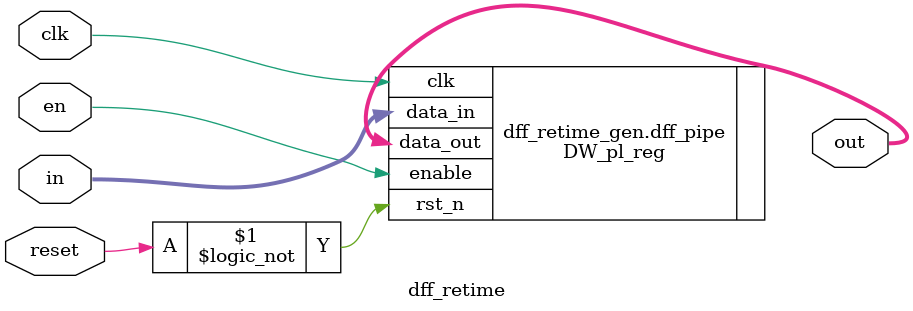
<source format=sv>
/*
 This is a Genesis wrapper of DW pipeline regs with en singal
 */

/* ***************************************************************************
 * Change bar:
 * -----------
 * Date           Author    Description
 * Sep 20, 2012   jingpu    init version
 *
 * ***************************************************************************/

module dff_retime
#(
    parameter WIDTH = 64, // Signal bit widths
    parameter PIPE_DEPTH = 1, // Pipeline depth
    parameter RETIME_STATUS = 0 // Pipeline Is Retimeable
)
(
    input logic [WIDTH - 1:0]  in,
    input logic clk,
    input logic reset,
    input logic en,
    output logic [WIDTH - 1:0] out
);

// Compiler pragmas for retiming

   /* synopsys dc_tcl_script_begin
       set_ungroup [current_design] true
       set_flatten true -effort high -phase true -design [current_design]
       set_dont_retime [current_design] false
       set_optimize_registers true -design [current_design]
    */


generate
if (PIPE_DEPTH > 0) begin : dff_retime_gen

    DW_pl_reg
    #(
        .stages     (PIPE_DEPTH + 1 ),
        .in_reg     (0              ),
        .out_reg    (0              ),
        .width      (WIDTH          ),
        .rst_mode   (0              )
    )
    dff_pipe
    (
        .clk        (clk                ),
        .rst_n      (!reset             ),
        .data_in    (in                 ),
        .data_out   (out                ),
        .enable     ({PIPE_DEPTH{en}})
    );

end 
else begin
    assign out = in & (~{WIDTH{reset}});
end
endgenerate

endmodule

</source>
